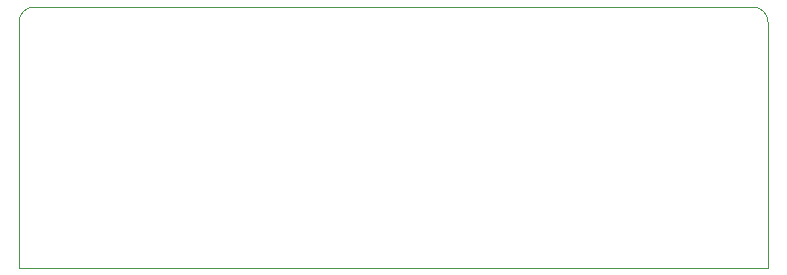
<source format=gbr>
%TF.GenerationSoftware,KiCad,Pcbnew,(6.0.0-rc1-114-gb471945224)*%
%TF.CreationDate,2023-01-31T08:43:45+01:00*%
%TF.ProjectId,HB-F1XD-keyboard,48422d46-3158-4442-9d6b-6579626f6172,1*%
%TF.SameCoordinates,Original*%
%TF.FileFunction,Profile,NP*%
%FSLAX46Y46*%
G04 Gerber Fmt 4.6, Leading zero omitted, Abs format (unit mm)*
G04 Created by KiCad (PCBNEW (6.0.0-rc1-114-gb471945224)) date 2023-01-31 08:43:45*
%MOMM*%
%LPD*%
G01*
G04 APERTURE LIST*
%TA.AperFunction,Profile*%
%ADD10C,0.050000*%
%TD*%
G04 APERTURE END LIST*
D10*
X361963550Y-48601407D02*
X361950000Y-69452718D01*
X299813523Y-47352566D02*
G75*
G03*
X298559550Y-48599282I-3974J-1249997D01*
G01*
X298559550Y-69452718D02*
X361950000Y-69452718D01*
X299813523Y-47352566D02*
X360716834Y-47347434D01*
X361963550Y-48601407D02*
G75*
G03*
X360716834Y-47347434I-1249997J3974D01*
G01*
X298559550Y-69452718D02*
X298559550Y-48599282D01*
M02*

</source>
